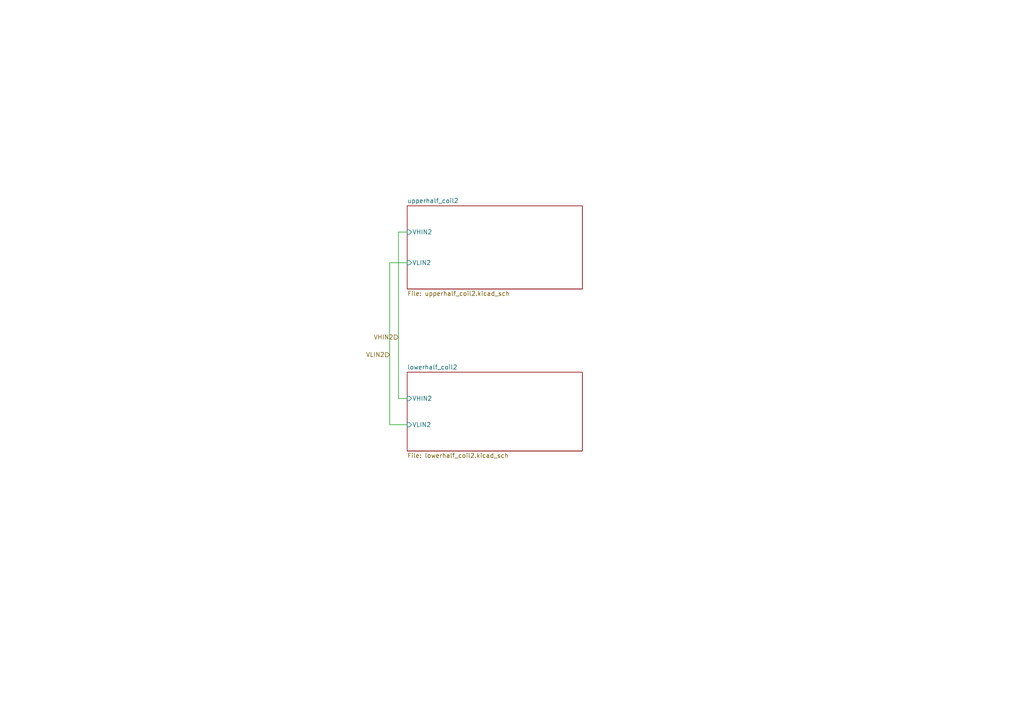
<source format=kicad_sch>
(kicad_sch
	(version 20231120)
	(generator "eeschema")
	(generator_version "8.0")
	(uuid "18c9947b-f2f5-403c-9c48-3253d2a2477c")
	(paper "A4")
	(lib_symbols)
	(wire
		(pts
			(xy 113.03 76.2) (xy 113.03 123.19)
		)
		(stroke
			(width 0)
			(type default)
		)
		(uuid "0aed360d-8bce-407e-869a-1fc72fe7c895")
	)
	(wire
		(pts
			(xy 118.11 76.2) (xy 113.03 76.2)
		)
		(stroke
			(width 0)
			(type default)
		)
		(uuid "479e8fe8-1aa1-443e-9fc0-5f7f4e2af82f")
	)
	(wire
		(pts
			(xy 113.03 123.19) (xy 118.11 123.19)
		)
		(stroke
			(width 0)
			(type default)
		)
		(uuid "4f70dec6-8e41-4db8-ac00-e52bccc5e701")
	)
	(wire
		(pts
			(xy 115.57 115.57) (xy 118.11 115.57)
		)
		(stroke
			(width 0)
			(type default)
		)
		(uuid "87f6b7b5-4115-40d8-bd5a-af9bfff9edfd")
	)
	(wire
		(pts
			(xy 118.11 67.31) (xy 115.57 67.31)
		)
		(stroke
			(width 0)
			(type default)
		)
		(uuid "adbcd592-024c-4d2e-b7fe-d844cc7dd8ec")
	)
	(wire
		(pts
			(xy 115.57 67.31) (xy 115.57 115.57)
		)
		(stroke
			(width 0)
			(type default)
		)
		(uuid "eef5c6fb-ff20-4239-83e3-51ff70e6d67e")
	)
	(hierarchical_label "VLIN2"
		(shape input)
		(at 113.03 102.87 180)
		(fields_autoplaced yes)
		(effects
			(font
				(size 1.27 1.27)
			)
			(justify right)
		)
		(uuid "80ec5d1e-c85e-473d-932b-7696bae23ec7")
	)
	(hierarchical_label "VHIN2"
		(shape input)
		(at 115.57 97.79 180)
		(fields_autoplaced yes)
		(effects
			(font
				(size 1.27 1.27)
			)
			(justify right)
		)
		(uuid "fc1de439-a310-47aa-8b1c-4149ce4fe9c4")
	)
	(sheet
		(at 118.11 59.69)
		(size 50.8 24.13)
		(fields_autoplaced yes)
		(stroke
			(width 0.1524)
			(type solid)
		)
		(fill
			(color 0 0 0 0.0000)
		)
		(uuid "9628156a-39d2-484d-9693-3edaa3193eb2")
		(property "Sheetname" "upperhalf_coil2"
			(at 118.11 58.9784 0)
			(effects
				(font
					(size 1.27 1.27)
				)
				(justify left bottom)
			)
		)
		(property "Sheetfile" "upperhalf_coil2.kicad_sch"
			(at 118.11 84.4046 0)
			(effects
				(font
					(size 1.27 1.27)
				)
				(justify left top)
			)
		)
		(pin "VHIN2" input
			(at 118.11 67.31 180)
			(effects
				(font
					(size 1.27 1.27)
				)
				(justify left)
			)
			(uuid "c328f4fb-818b-4a56-8d85-1a2c56c3125d")
		)
		(pin "VLIN2" input
			(at 118.11 76.2 180)
			(effects
				(font
					(size 1.27 1.27)
				)
				(justify left)
			)
			(uuid "08bd9325-3513-4048-9e77-26f9246d7310")
		)
		(instances
			(project "simulatedpcb"
				(path "/edf94242-0cdc-4580-8fae-fd56a0fef1a3/4ef6125f-d48c-4cdc-8ecc-782b01e6efd7"
					(page "7")
				)
			)
		)
	)
	(sheet
		(at 118.11 107.95)
		(size 50.8 22.86)
		(fields_autoplaced yes)
		(stroke
			(width 0.1524)
			(type solid)
		)
		(fill
			(color 0 0 0 0.0000)
		)
		(uuid "c535be32-88b2-4136-9db1-2c637c5fea54")
		(property "Sheetname" "lowerhalf_coil2"
			(at 118.11 107.2384 0)
			(effects
				(font
					(size 1.27 1.27)
				)
				(justify left bottom)
			)
		)
		(property "Sheetfile" "lowerhalf_coil2.kicad_sch"
			(at 118.11 131.3946 0)
			(effects
				(font
					(size 1.27 1.27)
				)
				(justify left top)
			)
		)
		(pin "VLIN2" input
			(at 118.11 123.19 180)
			(effects
				(font
					(size 1.27 1.27)
				)
				(justify left)
			)
			(uuid "a722c63c-1bca-4701-a5c5-db9220a16c13")
		)
		(pin "VHIN2" input
			(at 118.11 115.57 180)
			(effects
				(font
					(size 1.27 1.27)
				)
				(justify left)
			)
			(uuid "2b36a1fa-f1c0-4cc7-abb4-eb37b240b60e")
		)
		(instances
			(project "simulatedpcb"
				(path "/edf94242-0cdc-4580-8fae-fd56a0fef1a3/4ef6125f-d48c-4cdc-8ecc-782b01e6efd7"
					(page "8")
				)
			)
		)
	)
)

</source>
